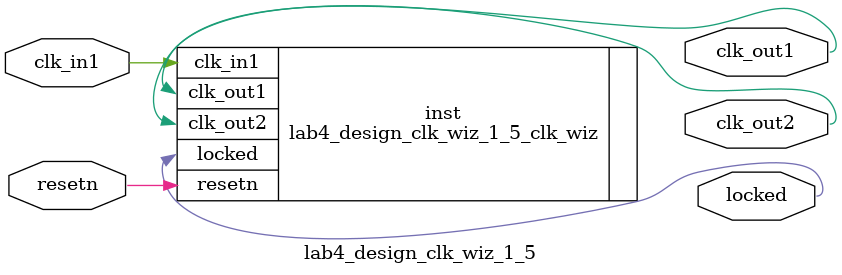
<source format=v>


`timescale 1ps/1ps

(* CORE_GENERATION_INFO = "lab4_design_clk_wiz_1_5,clk_wiz_v6_0_3_0_0,{component_name=lab4_design_clk_wiz_1_5,use_phase_alignment=true,use_min_o_jitter=false,use_max_i_jitter=false,use_dyn_phase_shift=false,use_inclk_switchover=false,use_dyn_reconfig=false,enable_axi=0,feedback_source=FDBK_AUTO,PRIMITIVE=MMCM,num_out_clk=2,clkin1_period=10.000,clkin2_period=10.000,use_power_down=false,use_reset=true,use_locked=true,use_inclk_stopped=false,feedback_type=SINGLE,CLOCK_MGR_TYPE=NA,manual_override=false}" *)

module lab4_design_clk_wiz_1_5 
 (
  // Clock out ports
  output        clk_out1,
  output        clk_out2,
  // Status and control signals
  input         resetn,
  output        locked,
 // Clock in ports
  input         clk_in1
 );

  lab4_design_clk_wiz_1_5_clk_wiz inst
  (
  // Clock out ports  
  .clk_out1(clk_out1),
  .clk_out2(clk_out2),
  // Status and control signals               
  .resetn(resetn), 
  .locked(locked),
 // Clock in ports
  .clk_in1(clk_in1)
  );

endmodule

</source>
